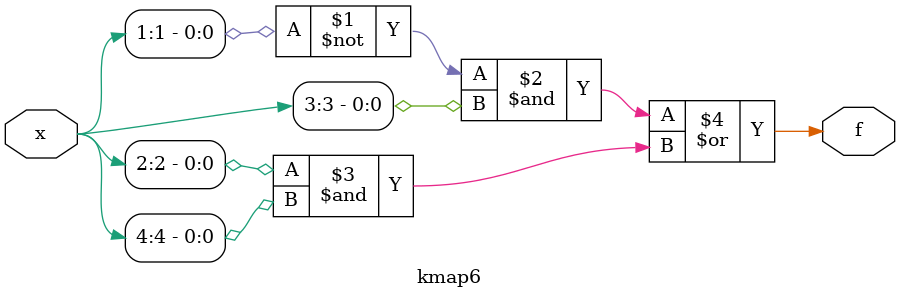
<source format=sv>
module kmap6
(
	input [4:1] x,
	output f
);

	assign f = ((~x[1]) & x[3]) | (x[2] & x[4]);

endmodule

</source>
